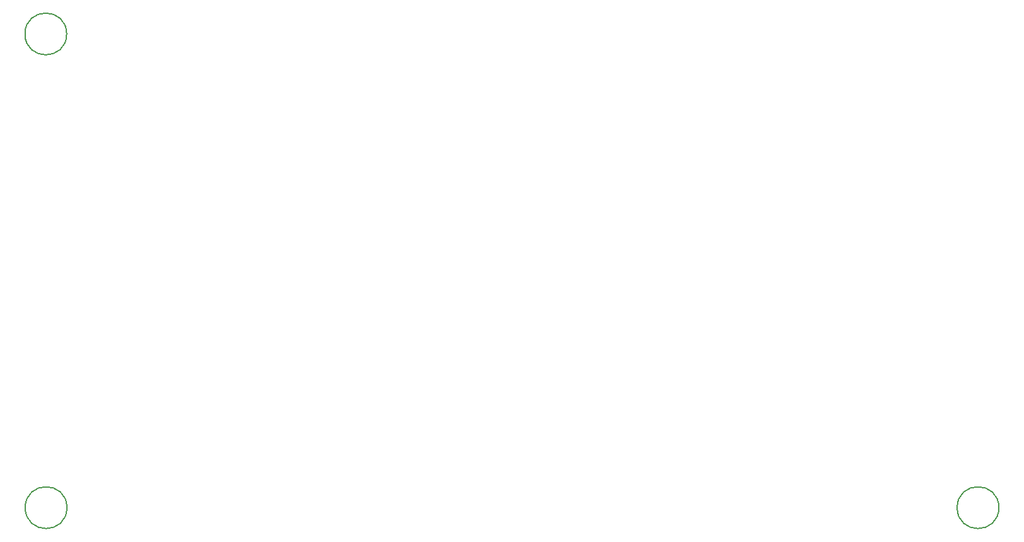
<source format=gbr>
%TF.GenerationSoftware,KiCad,Pcbnew,8.0.6*%
%TF.CreationDate,2024-12-01T20:19:37+01:00*%
%TF.ProjectId,puzzle1,70757a7a-6c65-4312-9e6b-696361645f70,rev?*%
%TF.SameCoordinates,Original*%
%TF.FileFunction,Other,Comment*%
%FSLAX46Y46*%
G04 Gerber Fmt 4.6, Leading zero omitted, Abs format (unit mm)*
G04 Created by KiCad (PCBNEW 8.0.6) date 2024-12-01 20:19:37*
%MOMM*%
%LPD*%
G01*
G04 APERTURE LIST*
%ADD10C,0.150000*%
G04 APERTURE END LIST*
D10*
%TO.C,H2*%
X32835534Y-121514466D02*
G75*
G02*
X27235534Y-121514466I-2800000J0D01*
G01*
X27235534Y-121514466D02*
G75*
G02*
X32835534Y-121514466I2800000J0D01*
G01*
%TO.C,H1*%
X157814466Y-121514466D02*
G75*
G02*
X152214466Y-121514466I-2800000J0D01*
G01*
X152214466Y-121514466D02*
G75*
G02*
X157814466Y-121514466I2800000J0D01*
G01*
%TO.C,H3*%
X32800000Y-57950000D02*
G75*
G02*
X27200000Y-57950000I-2800000J0D01*
G01*
X27200000Y-57950000D02*
G75*
G02*
X32800000Y-57950000I2800000J0D01*
G01*
%TD*%
M02*

</source>
